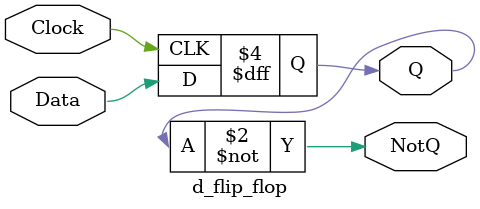
<source format=v>
module d_flip_flop(
    input Data,
    input Clock,
    output reg Q,
    output NotQ
    );
    
    initial begin
        Q <= 0;
    end
    
    always @(posedge Clock)
        Q <= Data;
        
    assign NotQ = ~Q;
    
endmodule

</source>
